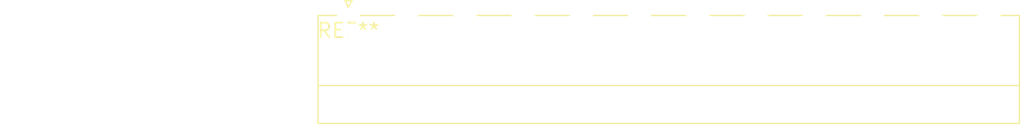
<source format=kicad_pcb>
(kicad_pcb (version 20240108) (generator pcbnew)
  (layers (0 "F.Cu" signal) (31 "B.Cu" signal) (34 "B.Paste" user) (35 "F.Paste" user) (36 "B.SilkS" user "B.Silkscreen") (37 "F.SilkS" user "F.Silkscreen") (38 "B.Mask" user) (39 "F.Mask" user) (44 "Edge.Cuts" user))
  (net 0 "")
  (footprint "PhoenixContact_MC_1,5_12-G-5.08_1x12_P5.08mm_Horizontal" (layer "F.Cu") (at 0 0)
    (property "Reference" "REF**")
    (property "Value" "PhoenixContact_MC_1,5_12-G-5.08_1x12_P5.08mm_Horizontal")
    (fp_line (start -2.65 -1.31) (end -2.65 8.11) (layer "F.SilkS") (stroke (width 0.12)))
    (fp_line (start -2.65 -1.31) (end -1.05 -1.31) (layer "F.SilkS") (stroke (width 0.12)))
    (fp_line (start -2.65 4.8) (end 58.53 4.8) (layer "F.SilkS") (stroke (width 0.12)))
    (fp_line (start -2.65 8.11) (end 58.53 8.11) (layer "F.SilkS") (stroke (width 0.12)))
    (fp_line (start -0.3 -2.6) (end 0.3 -2.6) (layer "F.SilkS") (stroke (width 0.12)))
    (fp_line (start 0 -2) (end -0.3 -2.6) (layer "F.SilkS") (stroke (width 0.12)))
    (fp_line (start 0.3 -2.6) (end 0 -2) (layer "F.SilkS") (stroke (width 0.12)))
    (fp_line (start 1.05 -1.31) (end 4.03 -1.31) (layer "F.SilkS") (stroke (width 0.12)))
    (fp_line (start 6.13 -1.31) (end 9.11 -1.31) (layer "F.SilkS") (stroke (width 0.12)))
    (fp_line (start 11.21 -1.31) (end 14.19 -1.31) (layer "F.SilkS") (stroke (width 0.12)))
    (fp_line (start 16.29 -1.31) (end 19.27 -1.31) (layer "F.SilkS") (stroke (width 0.12)))
    (fp_line (start 21.37 -1.31) (end 24.35 -1.31) (layer "F.SilkS") (stroke (width 0.12)))
    (fp_line (start 26.45 -1.31) (end 29.43 -1.31) (layer "F.SilkS") (stroke (width 0.12)))
    (fp_line (start 31.53 -1.31) (end 34.51 -1.31) (layer "F.SilkS") (stroke (width 0.12)))
    (fp_line (start 36.61 -1.31) (end 39.59 -1.31) (layer "F.SilkS") (stroke (width 0.12)))
    (fp_line (start 41.69 -1.31) (end 44.67 -1.31) (layer "F.SilkS") (stroke (width 0.12)))
    (fp_line (start 46.77 -1.31) (end 49.75 -1.31) (layer "F.SilkS") (stroke (width 0.12)))
    (fp_line (start 51.85 -1.31) (end 54.83 -1.31) (layer "F.SilkS") (stroke (width 0.12)))
    (fp_line (start 58.53 -1.31) (end 56.93 -1.31) (layer "F.SilkS") (stroke (width 0.12)))
    (fp_line (start 58.53 8.11) (end 58.53 -1.31) (layer "F.SilkS") (stroke (width 0.12)))
    (pad "1" thru_hole roundrect (at 0 0) (size 1.8 3.6) (drill 1.2) (layers *.Cu *.Mask) (remove_unused_layers) (roundrect_rratio 0.138889))
    (pad "2" thru_hole oval (at 5.08 0) (size 1.8 3.6) (drill 1.2) (layers *.Cu *.Mask) (remove_unused_layers))
    (pad "3" thru_hole oval (at 10.16 0) (size 1.8 3.6) (drill 1.2) (layers *.Cu *.Mask) (remove_unused_layers))
    (pad "4" thru_hole oval (at 15.24 0) (size 1.8 3.6) (drill 1.2) (layers *.Cu *.Mask) (remove_unused_layers))
    (pad "5" thru_hole oval (at 20.32 0) (size 1.8 3.6) (drill 1.2) (layers *.Cu *.Mask) (remove_unused_layers))
    (pad "6" thru_hole oval (at 25.4 0) (size 1.8 3.6) (drill 1.2) (layers *.Cu *.Mask) (remove_unused_layers))
    (pad "7" thru_hole oval (at 30.48 0) (size 1.8 3.6) (drill 1.2) (layers *.Cu *.Mask) (remove_unused_layers))
    (pad "8" thru_hole oval (at 35.56 0) (size 1.8 3.6) (drill 1.2) (layers *.Cu *.Mask) (remove_unused_layers))
    (pad "9" thru_hole oval (at 40.64 0) (size 1.8 3.6) (drill 1.2) (layers *.Cu *.Mask) (remove_unused_layers))
    (pad "10" thru_hole oval (at 45.72 0) (size 1.8 3.6) (drill 1.2) (layers *.Cu *.Mask) (remove_unused_layers))
    (pad "11" thru_hole oval (at 50.8 0) (size 1.8 3.6) (drill 1.2) (layers *.Cu *.Mask) (remove_unused_layers))
    (pad "12" thru_hole oval (at 55.88 0) (size 1.8 3.6) (drill 1.2) (layers *.Cu *.Mask) (remove_unused_layers))
  )
)
</source>
